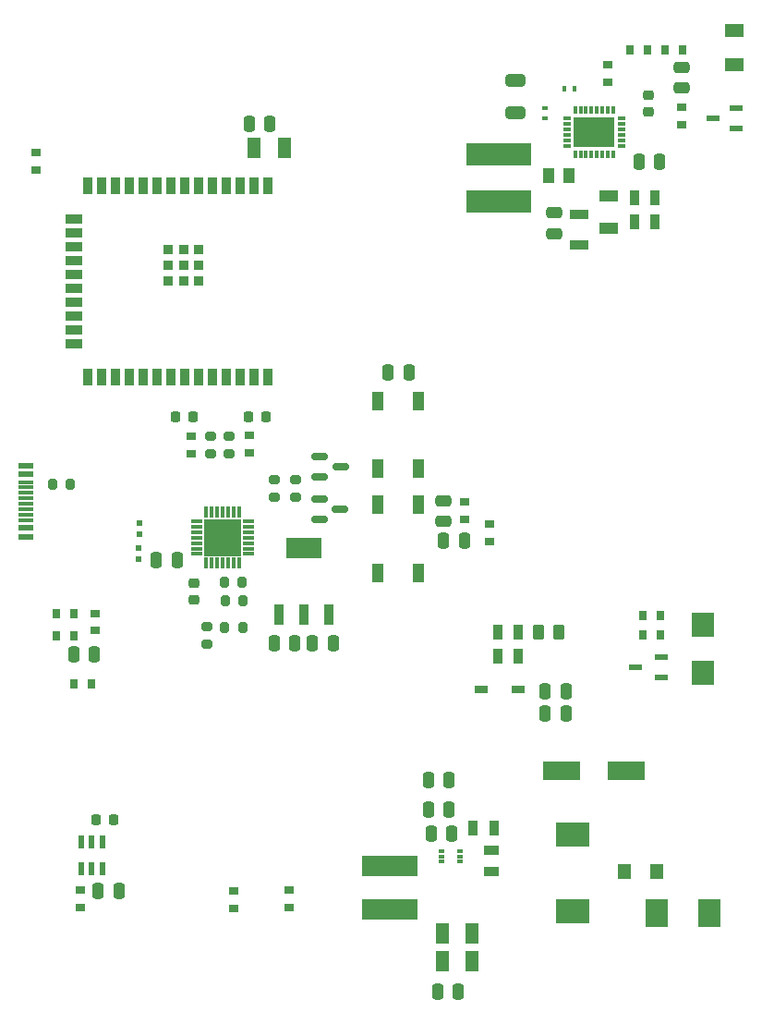
<source format=gbr>
%TF.GenerationSoftware,KiCad,Pcbnew,9.0.7*%
%TF.CreationDate,2026-02-25T22:32:00-06:00*%
%TF.ProjectId,circle_of_life,63697263-6c65-45f6-9f66-5f6c6966652e,rev?*%
%TF.SameCoordinates,Original*%
%TF.FileFunction,Paste,Top*%
%TF.FilePolarity,Positive*%
%FSLAX46Y46*%
G04 Gerber Fmt 4.6, Leading zero omitted, Abs format (unit mm)*
G04 Created by KiCad (PCBNEW 9.0.7) date 2026-02-25 22:32:00*
%MOMM*%
%LPD*%
G01*
G04 APERTURE LIST*
G04 Aperture macros list*
%AMRoundRect*
0 Rectangle with rounded corners*
0 $1 Rounding radius*
0 $2 $3 $4 $5 $6 $7 $8 $9 X,Y pos of 4 corners*
0 Add a 4 corners polygon primitive as box body*
4,1,4,$2,$3,$4,$5,$6,$7,$8,$9,$2,$3,0*
0 Add four circle primitives for the rounded corners*
1,1,$1+$1,$2,$3*
1,1,$1+$1,$4,$5*
1,1,$1+$1,$6,$7*
1,1,$1+$1,$8,$9*
0 Add four rect primitives between the rounded corners*
20,1,$1+$1,$2,$3,$4,$5,0*
20,1,$1+$1,$4,$5,$6,$7,0*
20,1,$1+$1,$6,$7,$8,$9,0*
20,1,$1+$1,$8,$9,$2,$3,0*%
G04 Aperture macros list end*
%ADD10R,0.950000X0.800000*%
%ADD11R,0.800000X0.950000*%
%ADD12R,6.000000X2.010000*%
%ADD13RoundRect,0.250000X0.475000X-0.250000X0.475000X0.250000X-0.475000X0.250000X-0.475000X-0.250000X0*%
%ADD14R,1.117600X1.447800*%
%ADD15R,1.450000X0.600000*%
%ADD16R,1.450000X0.300000*%
%ADD17R,1.100000X1.800000*%
%ADD18RoundRect,0.250000X-0.250000X-0.475000X0.250000X-0.475000X0.250000X0.475000X-0.250000X0.475000X0*%
%ADD19RoundRect,0.200000X-0.200000X-0.275000X0.200000X-0.275000X0.200000X0.275000X-0.200000X0.275000X0*%
%ADD20RoundRect,0.225000X0.225000X0.250000X-0.225000X0.250000X-0.225000X-0.250000X0.225000X-0.250000X0*%
%ADD21R,0.900000X1.950000*%
%ADD22R,3.200000X1.950000*%
%ADD23RoundRect,0.200000X0.275000X-0.200000X0.275000X0.200000X-0.275000X0.200000X-0.275000X-0.200000X0*%
%ADD24R,0.600000X0.450000*%
%ADD25RoundRect,0.250000X0.250000X0.475000X-0.250000X0.475000X-0.250000X-0.475000X0.250000X-0.475000X0*%
%ADD26R,1.300000X0.600000*%
%ADD27RoundRect,0.225000X-0.250000X0.225000X-0.250000X-0.225000X0.250000X-0.225000X0.250000X0.225000X0*%
%ADD28R,0.950000X1.400000*%
%ADD29R,1.750000X1.000000*%
%ADD30RoundRect,0.150000X-0.587500X-0.150000X0.587500X-0.150000X0.587500X0.150000X-0.587500X0.150000X0*%
%ADD31R,1.400000X0.950000*%
%ADD32R,0.450000X0.600000*%
%ADD33R,0.300000X0.800000*%
%ADD34R,0.800000X0.300000*%
%ADD35R,3.750000X2.750000*%
%ADD36R,0.900000X1.500000*%
%ADD37R,1.500000X0.900000*%
%ADD38R,0.900000X0.900000*%
%ADD39RoundRect,0.218750X0.218750X0.256250X-0.218750X0.256250X-0.218750X-0.256250X0.218750X-0.256250X0*%
%ADD40RoundRect,0.218750X-0.218750X-0.256250X0.218750X-0.256250X0.218750X0.256250X-0.218750X0.256250X0*%
%ADD41R,0.475000X0.300000*%
%ADD42R,3.450000X1.800000*%
%ADD43R,1.200000X0.750000*%
%ADD44R,1.000000X0.300000*%
%ADD45R,0.300000X1.000000*%
%ADD46R,3.350000X3.350000*%
%ADD47RoundRect,0.200000X-0.275000X0.200000X-0.275000X-0.200000X0.275000X-0.200000X0.275000X0.200000X0*%
%ADD48RoundRect,0.250000X-0.262500X-0.450000X0.262500X-0.450000X0.262500X0.450000X-0.262500X0.450000X0*%
%ADD49R,2.150000X2.250000*%
%ADD50R,5.100000X1.850000*%
%ADD51R,1.300000X1.400000*%
%ADD52RoundRect,0.250000X0.650000X-0.325000X0.650000X0.325000X-0.650000X0.325000X-0.650000X-0.325000X0*%
%ADD53R,2.070000X2.660000*%
%ADD54R,1.170000X1.920000*%
%ADD55R,1.700000X1.150000*%
%ADD56R,0.500000X0.600000*%
%ADD57R,3.150000X2.200000*%
%ADD58R,0.600000X1.200000*%
%ADD59R,1.803400X0.914400*%
G04 APERTURE END LIST*
D10*
%TO.C,R18*%
X148600000Y-112500000D03*
X148600000Y-110900000D03*
%TD*%
D11*
%TO.C,R9*%
X98050000Y-161180000D03*
X99650000Y-161180000D03*
%TD*%
D12*
%TO.C,L1*%
X138600000Y-123400000D03*
X138600000Y-119100000D03*
%TD*%
D13*
%TO.C,C18*%
X143700000Y-126350000D03*
X143700000Y-124450000D03*
%TD*%
D14*
%TO.C,C19*%
X143198300Y-121000000D03*
X145001700Y-121000000D03*
%TD*%
D10*
%TO.C,R11*%
X101620000Y-161130000D03*
X101620000Y-162730000D03*
%TD*%
D15*
%TO.C,P1*%
X95275000Y-147610000D03*
X95275000Y-148410000D03*
D16*
X95275000Y-149610000D03*
X95275000Y-150610000D03*
X95275000Y-151110000D03*
X95275000Y-152110000D03*
D15*
X95275000Y-153310000D03*
X95275000Y-154110000D03*
X95275000Y-154110000D03*
X95275000Y-153310000D03*
D16*
X95275000Y-152610000D03*
X95275000Y-151610000D03*
X95275000Y-150110000D03*
X95275000Y-149110000D03*
D15*
X95275000Y-148410000D03*
X95275000Y-147610000D03*
%TD*%
D17*
%TO.C,SW2*%
X131252935Y-141700000D03*
X131252935Y-147900000D03*
X127552935Y-141700000D03*
X127552935Y-147900000D03*
%TD*%
D10*
%TO.C,R24*%
X135500000Y-150950000D03*
X135500000Y-152550000D03*
%TD*%
D11*
%TO.C,R13*%
X153450000Y-161350000D03*
X151850000Y-161350000D03*
%TD*%
D17*
%TO.C,SW1*%
X131252935Y-151200000D03*
X131252935Y-157400000D03*
X127552935Y-151200000D03*
X127552935Y-157400000D03*
%TD*%
D10*
%TO.C,R25*%
X137800000Y-152950000D03*
X137800000Y-154550000D03*
%TD*%
D18*
%TO.C,C5*%
X132400000Y-181300000D03*
X134300000Y-181300000D03*
%TD*%
D19*
%TO.C,R33*%
X97675000Y-149300000D03*
X99325000Y-149300000D03*
%TD*%
D20*
%TO.C,C42*%
X103275000Y-180050000D03*
X101725000Y-180050000D03*
%TD*%
D21*
%TO.C,IC2*%
X118422935Y-161250000D03*
X120722935Y-161250000D03*
X123022935Y-161250000D03*
D22*
X120722935Y-155150000D03*
%TD*%
D23*
%TO.C,R37*%
X118052935Y-150527500D03*
X118052935Y-148877500D03*
%TD*%
D24*
%TO.C,C20*%
X142850000Y-115785000D03*
X142850000Y-114835000D03*
%TD*%
D25*
%TO.C,C44*%
X109102935Y-156250000D03*
X107202935Y-156250000D03*
%TD*%
%TO.C,C41*%
X130352935Y-139050000D03*
X128452935Y-139050000D03*
%TD*%
D10*
%TO.C,R10*%
X119400000Y-188100000D03*
X119400000Y-186500000D03*
%TD*%
D26*
%TO.C,Q2*%
X160331944Y-116750000D03*
X160331944Y-114850000D03*
X158231944Y-115800000D03*
%TD*%
D27*
%TO.C,C24*%
X152300000Y-113635000D03*
X152300000Y-115185000D03*
%TD*%
D25*
%TO.C,C15*%
X101550000Y-164930000D03*
X99650000Y-164930000D03*
%TD*%
D18*
%TO.C,C3*%
X132150000Y-179100000D03*
X134050000Y-179100000D03*
%TD*%
D19*
%TO.C,R30*%
X113497935Y-162450000D03*
X115147935Y-162450000D03*
%TD*%
D28*
%TO.C,R19*%
X151050000Y-123100000D03*
X152950000Y-123100000D03*
%TD*%
D25*
%TO.C,C23*%
X153350000Y-119800000D03*
X151450000Y-119800000D03*
%TD*%
D28*
%TO.C,R20*%
X152950000Y-125300000D03*
X151050000Y-125300000D03*
%TD*%
D18*
%TO.C,C1*%
X118022935Y-163900000D03*
X119922935Y-163900000D03*
%TD*%
D29*
%TO.C,R22*%
X148700000Y-125900000D03*
X148700000Y-122900000D03*
%TD*%
D25*
%TO.C,C2*%
X123422935Y-163900000D03*
X121522935Y-163900000D03*
%TD*%
D30*
%TO.C,Q4*%
X122215435Y-146752500D03*
X122215435Y-148652500D03*
X124090435Y-147702500D03*
%TD*%
D28*
%TO.C,R4*%
X138500000Y-165100000D03*
X140400000Y-165100000D03*
%TD*%
%TO.C,R6*%
X138150000Y-180800000D03*
X136250000Y-180800000D03*
%TD*%
%TO.C,R7*%
X138500000Y-162850000D03*
X140400000Y-162850000D03*
%TD*%
D27*
%TO.C,C45*%
X110652935Y-158375000D03*
X110652935Y-159925000D03*
%TD*%
D31*
%TO.C,R5*%
X137934540Y-184750000D03*
X137934540Y-182850000D03*
%TD*%
D32*
%TO.C,C21*%
X145575000Y-113060000D03*
X144625000Y-113060000D03*
%TD*%
D13*
%TO.C,C38*%
X133500000Y-152700000D03*
X133500000Y-150800000D03*
%TD*%
D33*
%TO.C,IC4*%
X145600000Y-119060000D03*
X146100000Y-119060000D03*
X146600000Y-119060000D03*
X147100000Y-119060000D03*
X147600000Y-119060000D03*
X148100000Y-119060000D03*
X148600000Y-119060000D03*
X149100000Y-119060000D03*
D34*
X149850000Y-118310000D03*
X149850000Y-117810000D03*
X149850000Y-117310000D03*
X149850000Y-116810000D03*
X149850000Y-116310000D03*
X149850000Y-115810000D03*
D33*
X149100000Y-115060000D03*
X148600000Y-115060000D03*
X148100000Y-115060000D03*
X147600000Y-115060000D03*
X147100000Y-115060000D03*
X146600000Y-115060000D03*
X146100000Y-115060000D03*
X145600000Y-115060000D03*
D34*
X144850000Y-115810000D03*
X144850000Y-116310000D03*
X144850000Y-116810000D03*
X144850000Y-117310000D03*
X144850000Y-117810000D03*
X144850000Y-118310000D03*
D35*
X147350000Y-117060000D03*
%TD*%
D11*
%TO.C,R8*%
X99650000Y-163180000D03*
X98050000Y-163180000D03*
%TD*%
D36*
%TO.C,IC1*%
X117420000Y-122000000D03*
X116150000Y-122000000D03*
X114880000Y-122000000D03*
X113610000Y-122000000D03*
X112340000Y-122000000D03*
X111070000Y-122000000D03*
X109800000Y-122000000D03*
X108530000Y-122000000D03*
X107260000Y-122000000D03*
X105990000Y-122000000D03*
X104720000Y-122000000D03*
X103450000Y-122000000D03*
X102180000Y-122000000D03*
X100910000Y-122000000D03*
D37*
X99660000Y-125035000D03*
X99660000Y-126305000D03*
X99660000Y-127575000D03*
X99660000Y-128845000D03*
X99660000Y-130115000D03*
X99660000Y-131385000D03*
X99660000Y-132655000D03*
X99660000Y-133925000D03*
X99660000Y-135195000D03*
X99660000Y-136465000D03*
D36*
X100910000Y-139500000D03*
X102180000Y-139500000D03*
X103450000Y-139500000D03*
X104720000Y-139500000D03*
X105990000Y-139500000D03*
X107260000Y-139500000D03*
X108530000Y-139500000D03*
X109800000Y-139500000D03*
X111070000Y-139500000D03*
X112340000Y-139500000D03*
X113610000Y-139500000D03*
X114880000Y-139500000D03*
X116150000Y-139500000D03*
X117420000Y-139500000D03*
D38*
X109700000Y-129250000D03*
X109700000Y-127850000D03*
X108300000Y-127850000D03*
X108300000Y-129250000D03*
X108300000Y-130650000D03*
X109700000Y-130650000D03*
X111100000Y-130650000D03*
X111100000Y-129250000D03*
X111100000Y-127850000D03*
%TD*%
D39*
%TO.C,D10*%
X117240435Y-143100000D03*
X115665435Y-143100000D03*
%TD*%
D18*
%TO.C,C28*%
X115750000Y-116300000D03*
X117650000Y-116300000D03*
%TD*%
D11*
%TO.C,R15*%
X153850000Y-109560000D03*
X155450000Y-109560000D03*
%TD*%
D40*
%TO.C,D9*%
X108965435Y-143100000D03*
X110540435Y-143100000D03*
%TD*%
D18*
%TO.C,C39*%
X133550000Y-154500000D03*
X135450000Y-154500000D03*
%TD*%
D41*
%TO.C,IC3*%
X133362000Y-182900000D03*
X133362000Y-183400000D03*
X133362000Y-183900000D03*
X135038000Y-183900000D03*
X135038000Y-183400000D03*
X135038000Y-182900000D03*
%TD*%
D26*
%TO.C,Q1*%
X153500000Y-167050000D03*
X153500000Y-165150000D03*
X151100000Y-166100000D03*
%TD*%
D42*
%TO.C,C9*%
X144400000Y-175600000D03*
X150300000Y-175600000D03*
%TD*%
D43*
%TO.C,D3*%
X140400000Y-168100000D03*
X137000000Y-168100000D03*
%TD*%
D44*
%TO.C,IC6*%
X110950000Y-152700000D03*
X110950000Y-153200000D03*
X110950000Y-153700000D03*
X110950000Y-154200000D03*
X110950000Y-154700000D03*
X110950000Y-155200000D03*
X110950000Y-155700000D03*
D45*
X111800000Y-156550000D03*
X112300000Y-156550000D03*
X112800000Y-156550000D03*
X113300000Y-156550000D03*
X113800000Y-156550000D03*
X114300000Y-156550000D03*
X114800000Y-156550000D03*
D44*
X115650000Y-155700000D03*
X115650000Y-155200000D03*
X115650000Y-154700000D03*
X115650000Y-154200000D03*
X115650000Y-153700000D03*
X115650000Y-153200000D03*
X115650000Y-152700000D03*
D45*
X114800000Y-151850000D03*
X114300000Y-151850000D03*
X113800000Y-151850000D03*
X113300000Y-151850000D03*
X112800000Y-151850000D03*
X112300000Y-151850000D03*
X111800000Y-151850000D03*
D46*
X113300000Y-154200000D03*
%TD*%
D47*
%TO.C,R39*%
X113902935Y-144875000D03*
X113902935Y-146525000D03*
%TD*%
D10*
%TO.C,R23*%
X155350000Y-114770000D03*
X155350000Y-116370000D03*
%TD*%
D48*
%TO.C,R3*%
X142287500Y-162850000D03*
X144112500Y-162850000D03*
%TD*%
D49*
%TO.C,D4*%
X157350000Y-162150000D03*
X157350000Y-166550000D03*
%TD*%
D50*
%TO.C,L2*%
X128600000Y-188300000D03*
X128600000Y-184300000D03*
%TD*%
D10*
%TO.C,R34*%
X110452935Y-146500000D03*
X110452935Y-144900000D03*
%TD*%
D51*
%TO.C,D2*%
X153050000Y-184800000D03*
X150150000Y-184800000D03*
%TD*%
D11*
%TO.C,R12*%
X151800000Y-163100000D03*
X153400000Y-163100000D03*
%TD*%
D52*
%TO.C,C43*%
X140100000Y-115275000D03*
X140100000Y-112325000D03*
%TD*%
D18*
%TO.C,C4*%
X132150000Y-176400000D03*
X134050000Y-176400000D03*
%TD*%
D10*
%TO.C,R1*%
X100250000Y-186500000D03*
X100250000Y-188100000D03*
%TD*%
D53*
%TO.C,F2*%
X157950000Y-188600000D03*
X153050000Y-188600000D03*
%TD*%
D54*
%TO.C,C6*%
X133430000Y-193040000D03*
X136170000Y-193040000D03*
%TD*%
D10*
%TO.C,R35*%
X115752935Y-146400000D03*
X115752935Y-144800000D03*
%TD*%
D23*
%TO.C,R29*%
X111822935Y-163975000D03*
X111822935Y-162325000D03*
%TD*%
D55*
%TO.C,R14*%
X160200000Y-107750000D03*
X160200000Y-110900000D03*
%TD*%
D19*
%TO.C,R32*%
X113425000Y-158300000D03*
X115075000Y-158300000D03*
%TD*%
D56*
%TO.C,D8*%
X105652935Y-153850000D03*
X105652935Y-152850000D03*
%TD*%
D57*
%TO.C,D1*%
X145400000Y-181400000D03*
X145400000Y-188400000D03*
%TD*%
D11*
%TO.C,R21*%
X150600000Y-109560000D03*
X152200000Y-109560000D03*
%TD*%
D47*
%TO.C,R36*%
X119952935Y-148877500D03*
X119952935Y-150527500D03*
%TD*%
D13*
%TO.C,C26*%
X155350000Y-113010000D03*
X155350000Y-111110000D03*
%TD*%
D18*
%TO.C,C40*%
X101875000Y-186550000D03*
X103775000Y-186550000D03*
%TD*%
%TO.C,C8*%
X132980000Y-195800000D03*
X134880000Y-195800000D03*
%TD*%
D56*
%TO.C,D11*%
X105552935Y-155150000D03*
X105552935Y-156150000D03*
%TD*%
D10*
%TO.C,R26*%
X96230000Y-120547158D03*
X96230000Y-118947158D03*
%TD*%
D11*
%TO.C,R28*%
X99650000Y-167560000D03*
X101250000Y-167560000D03*
%TD*%
D30*
%TO.C,Q3*%
X122177935Y-150652500D03*
X122177935Y-152552500D03*
X124052935Y-151602500D03*
%TD*%
D18*
%TO.C,C11*%
X142850000Y-168300000D03*
X144750000Y-168300000D03*
%TD*%
D54*
%TO.C,C7*%
X133430000Y-190500000D03*
X136170000Y-190500000D03*
%TD*%
D10*
%TO.C,R27*%
X114340000Y-186600000D03*
X114340000Y-188200000D03*
%TD*%
D54*
%TO.C,C27*%
X116200000Y-118500000D03*
X118940000Y-118500000D03*
%TD*%
D47*
%TO.C,R38*%
X112224284Y-144875000D03*
X112224284Y-146525000D03*
%TD*%
D58*
%TO.C,IC5*%
X102250000Y-182050000D03*
X101300000Y-182050000D03*
X100350000Y-182050000D03*
X100350000Y-184550000D03*
X101300000Y-184550000D03*
X102250000Y-184550000D03*
%TD*%
D18*
%TO.C,C10*%
X142850000Y-170300000D03*
X144750000Y-170300000D03*
%TD*%
D19*
%TO.C,R31*%
X113525000Y-160000000D03*
X115175000Y-160000000D03*
%TD*%
D59*
%TO.C,C17*%
X146000000Y-127397000D03*
X146000000Y-124603000D03*
%TD*%
M02*

</source>
